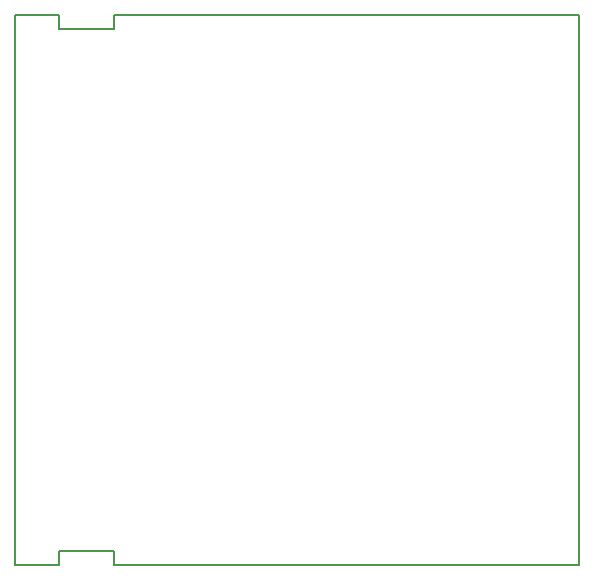
<source format=gbr>
G04 #@! TF.GenerationSoftware,KiCad,Pcbnew,(2017-12-21 revision 23d71cfa9)-makepkg*
G04 #@! TF.CreationDate,2018-07-16T19:44:21-04:00*
G04 #@! TF.ProjectId,OdysseyDaughterCardHorizSyncGenerator,4F647973736579446175676874657243,0.1*
G04 #@! TF.SameCoordinates,Original*
G04 #@! TF.FileFunction,Profile,NP*
%FSLAX46Y46*%
G04 Gerber Fmt 4.6, Leading zero omitted, Abs format (unit mm)*
G04 Created by KiCad (PCBNEW (2017-12-21 revision 23d71cfa9)-makepkg) date 07/16/18 19:44:21*
%MOMM*%
%LPD*%
G01*
G04 APERTURE LIST*
%ADD10C,0.150000*%
G04 APERTURE END LIST*
D10*
X170175000Y-77700000D02*
X170175000Y-124300000D01*
X126175000Y-77700000D02*
X122425000Y-77700000D01*
X126175000Y-78900000D02*
X126175000Y-77700000D01*
X130775000Y-78900000D02*
X126175000Y-78900000D01*
X130775000Y-77700000D02*
X130775000Y-78900000D01*
X170175000Y-77700000D02*
X130775000Y-77700000D01*
X130775000Y-124300000D02*
X170175000Y-124300000D01*
X130775000Y-123100000D02*
X130775000Y-124300000D01*
X126175000Y-123100000D02*
X130775000Y-123100000D01*
X126175000Y-124300000D02*
X126175000Y-123100000D01*
X122425000Y-124300000D02*
X126175000Y-124300000D01*
X122425000Y-124300000D02*
X122425000Y-77700000D01*
M02*

</source>
